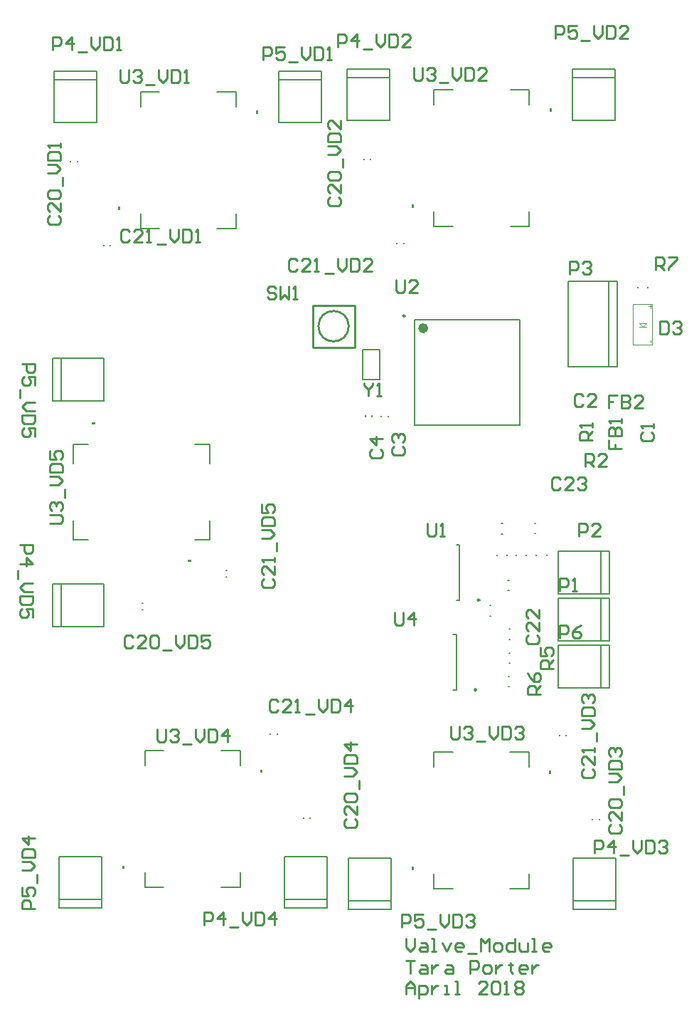
<source format=gto>
G04 Layer_Color=65535*
%FSLAX25Y25*%
%MOIN*%
G70*
G01*
G75*
%ADD27C,0.00984*%
%ADD28C,0.01000*%
%ADD38C,0.02362*%
%ADD39C,0.00787*%
%ADD40C,0.00400*%
%ADD41C,0.00591*%
%ADD42C,0.00600*%
G36*
X227650Y166750D02*
X226650D01*
Y168250D01*
X227650D01*
Y166750D01*
D02*
G37*
G36*
X194250Y265350D02*
X192750D01*
Y266350D01*
X194250D01*
Y265350D01*
D02*
G37*
G36*
X363150Y166100D02*
X362150D01*
Y167600D01*
X363150D01*
Y166100D01*
D02*
G37*
G36*
X298650Y121100D02*
X297650D01*
Y122600D01*
X298650D01*
Y121100D01*
D02*
G37*
G36*
X163150Y121750D02*
X162150D01*
Y123250D01*
X163150D01*
Y121750D01*
D02*
G37*
G36*
X225650Y475250D02*
X224650D01*
Y476750D01*
X225650D01*
Y475250D01*
D02*
G37*
G36*
X363250Y476250D02*
X362250D01*
Y477750D01*
X363250D01*
Y476250D01*
D02*
G37*
G36*
X298750Y431250D02*
X297750D01*
Y432750D01*
X298750D01*
Y431250D01*
D02*
G37*
G36*
X149250Y329850D02*
X147750D01*
Y330850D01*
X149250D01*
Y329850D01*
D02*
G37*
G36*
X161150Y430250D02*
X160150D01*
Y431750D01*
X161150D01*
Y430250D01*
D02*
G37*
D27*
X329535Y247512D02*
G03*
X329535Y247512I-492J0D01*
G01*
X294543Y380532D02*
G03*
X294543Y380532I-492J0D01*
G01*
X328035Y205512D02*
G03*
X328035Y205512I-492J0D01*
G01*
D28*
X268145Y375740D02*
G03*
X268145Y375740I-7097J0D01*
G01*
X270890Y365898D02*
Y385583D01*
X251205D02*
X270890D01*
X251205Y365898D02*
Y385583D01*
Y365898D02*
X270890D01*
X295000Y89192D02*
Y85194D01*
X296999Y83194D01*
X298999Y85194D01*
Y89192D01*
X301998Y87193D02*
X303997D01*
X304997Y86193D01*
Y83194D01*
X301998D01*
X300998Y84194D01*
X301998Y85194D01*
X304997D01*
X306996Y83194D02*
X308996D01*
X307996D01*
Y89192D01*
X306996D01*
X311995Y87193D02*
X313994Y83194D01*
X315993Y87193D01*
X320992Y83194D02*
X318992D01*
X317993Y84194D01*
Y86193D01*
X318992Y87193D01*
X320992D01*
X321991Y86193D01*
Y85194D01*
X317993D01*
X323991Y82195D02*
X327989D01*
X329989Y83194D02*
Y89192D01*
X331988Y87193D01*
X333987Y89192D01*
Y83194D01*
X336986D02*
X338986D01*
X339985Y84194D01*
Y86193D01*
X338986Y87193D01*
X336986D01*
X335987Y86193D01*
Y84194D01*
X336986Y83194D01*
X345984Y89192D02*
Y83194D01*
X342985D01*
X341985Y84194D01*
Y86193D01*
X342985Y87193D01*
X345984D01*
X347983D02*
Y84194D01*
X348983Y83194D01*
X351982D01*
Y87193D01*
X353981Y83194D02*
X355980D01*
X354981D01*
Y89192D01*
X353981D01*
X361978Y83194D02*
X359979D01*
X358979Y84194D01*
Y86193D01*
X359979Y87193D01*
X361978D01*
X362978Y86193D01*
Y85194D01*
X358979D01*
X295000Y78595D02*
X298999D01*
X296999D01*
Y72597D01*
X301998Y76596D02*
X303997D01*
X304997Y75596D01*
Y72597D01*
X301998D01*
X300998Y73597D01*
X301998Y74596D01*
X304997D01*
X306996Y76596D02*
Y72597D01*
Y74596D01*
X307996Y75596D01*
X308996Y76596D01*
X309995D01*
X313994D02*
X315993D01*
X316993Y75596D01*
Y72597D01*
X313994D01*
X312994Y73597D01*
X313994Y74596D01*
X316993D01*
X324990Y72597D02*
Y78595D01*
X327989D01*
X328989Y77595D01*
Y75596D01*
X327989Y74596D01*
X324990D01*
X331988Y72597D02*
X333987D01*
X334987Y73597D01*
Y75596D01*
X333987Y76596D01*
X331988D01*
X330988Y75596D01*
Y73597D01*
X331988Y72597D01*
X336986Y76596D02*
Y72597D01*
Y74596D01*
X337986Y75596D01*
X338986Y76596D01*
X339985D01*
X343984Y77595D02*
Y76596D01*
X342985D01*
X344984D01*
X343984D01*
Y73597D01*
X344984Y72597D01*
X350982D02*
X348983D01*
X347983Y73597D01*
Y75596D01*
X348983Y76596D01*
X350982D01*
X351982Y75596D01*
Y74596D01*
X347983D01*
X353981Y76596D02*
Y72597D01*
Y74596D01*
X354981Y75596D01*
X355980Y76596D01*
X356980D01*
X295000Y62999D02*
Y66998D01*
X296999Y68997D01*
X298999Y66998D01*
Y62999D01*
Y65998D01*
X295000D01*
X300998Y61000D02*
Y66998D01*
X303997D01*
X304997Y65998D01*
Y63999D01*
X303997Y62999D01*
X300998D01*
X306996Y66998D02*
Y62999D01*
Y64999D01*
X307996Y65998D01*
X308996Y66998D01*
X309995D01*
X312994Y62999D02*
X314994D01*
X313994D01*
Y66998D01*
X312994D01*
X317993Y62999D02*
X319992D01*
X318992D01*
Y68997D01*
X317993D01*
X332988Y62999D02*
X328989D01*
X332988Y66998D01*
Y67998D01*
X331988Y68997D01*
X329989D01*
X328989Y67998D01*
X334987D02*
X335987Y68997D01*
X337986D01*
X338986Y67998D01*
Y63999D01*
X337986Y62999D01*
X335987D01*
X334987Y63999D01*
Y67998D01*
X340985Y62999D02*
X342985D01*
X341985D01*
Y68997D01*
X340985Y67998D01*
X345984D02*
X346983Y68997D01*
X348983D01*
X349982Y67998D01*
Y66998D01*
X348983Y65998D01*
X349982Y64999D01*
Y63999D01*
X348983Y62999D01*
X346983D01*
X345984Y63999D01*
Y64999D01*
X346983Y65998D01*
X345984Y66998D01*
Y67998D01*
X346983Y65998D02*
X348983D01*
X412000Y402000D02*
Y407998D01*
X414999D01*
X415999Y406998D01*
Y404999D01*
X414999Y403999D01*
X412000D01*
X413999D02*
X415999Y402000D01*
X417998Y407998D02*
X421997D01*
Y406998D01*
X417998Y403000D01*
Y402000D01*
X414000Y377998D02*
Y372000D01*
X416999D01*
X417999Y373000D01*
Y376998D01*
X416999Y377998D01*
X414000D01*
X419998Y376998D02*
X420998Y377998D01*
X422997D01*
X423997Y376998D01*
Y375999D01*
X422997Y374999D01*
X421997D01*
X422997D01*
X423997Y373999D01*
Y373000D01*
X422997Y372000D01*
X420998D01*
X419998Y373000D01*
X233999Y393498D02*
X232999Y394498D01*
X231000D01*
X230000Y393498D01*
Y392499D01*
X231000Y391499D01*
X232999D01*
X233999Y390499D01*
Y389500D01*
X232999Y388500D01*
X231000D01*
X230000Y389500D01*
X235998Y394498D02*
Y388500D01*
X237997Y390499D01*
X239997Y388500D01*
Y394498D01*
X241996Y388500D02*
X243995D01*
X242996D01*
Y394498D01*
X241996Y393498D01*
X305000Y283498D02*
Y278500D01*
X306000Y277500D01*
X307999D01*
X308999Y278500D01*
Y283498D01*
X310998Y277500D02*
X312997D01*
X311998D01*
Y283498D01*
X310998Y282498D01*
X129500Y505000D02*
Y510998D01*
X132499D01*
X133499Y509998D01*
Y507999D01*
X132499Y506999D01*
X129500D01*
X138497Y505000D02*
Y510998D01*
X135498Y507999D01*
X139497D01*
X141496Y504000D02*
X145495D01*
X147494Y510998D02*
Y506999D01*
X149494Y505000D01*
X151493Y506999D01*
Y510998D01*
X153492D02*
Y505000D01*
X156491D01*
X157491Y506000D01*
Y509998D01*
X156491Y510998D01*
X153492D01*
X159490Y505000D02*
X161490D01*
X160490D01*
Y510998D01*
X159490Y509998D01*
X365000Y510500D02*
Y516498D01*
X367999D01*
X368999Y515498D01*
Y513499D01*
X367999Y512499D01*
X365000D01*
X374997Y516498D02*
X370998D01*
Y513499D01*
X372997Y514499D01*
X373997D01*
X374997Y513499D01*
Y511500D01*
X373997Y510500D01*
X371998D01*
X370998Y511500D01*
X376996Y509500D02*
X380995D01*
X382994Y516498D02*
Y512499D01*
X384994Y510500D01*
X386993Y512499D01*
Y516498D01*
X388992D02*
Y510500D01*
X391991D01*
X392991Y511500D01*
Y515498D01*
X391991Y516498D01*
X388992D01*
X398989Y510500D02*
X394990D01*
X398989Y514499D01*
Y515498D01*
X397989Y516498D01*
X395990D01*
X394990Y515498D01*
X263000Y506500D02*
Y512498D01*
X265999D01*
X266999Y511498D01*
Y509499D01*
X265999Y508499D01*
X263000D01*
X271997Y506500D02*
Y512498D01*
X268998Y509499D01*
X272997D01*
X274996Y505500D02*
X278995D01*
X280994Y512498D02*
Y508499D01*
X282994Y506500D01*
X284993Y508499D01*
Y512498D01*
X286992D02*
Y506500D01*
X289991D01*
X290991Y507500D01*
Y511498D01*
X289991Y512498D01*
X286992D01*
X296989Y506500D02*
X292990D01*
X296989Y510499D01*
Y511498D01*
X295989Y512498D01*
X293990D01*
X292990Y511498D01*
X391002Y142499D02*
X390002Y141499D01*
Y139500D01*
X391002Y138500D01*
X395000D01*
X396000Y139500D01*
Y141499D01*
X395000Y142499D01*
X396000Y148497D02*
Y144498D01*
X392001Y148497D01*
X391002D01*
X390002Y147497D01*
Y145498D01*
X391002Y144498D01*
Y150496D02*
X390002Y151496D01*
Y153495D01*
X391002Y154495D01*
X395000D01*
X396000Y153495D01*
Y151496D01*
X395000Y150496D01*
X391002D01*
X397000Y156494D02*
Y160493D01*
X390002Y162492D02*
X394001D01*
X396000Y164492D01*
X394001Y166491D01*
X390002D01*
Y168490D02*
X396000D01*
Y171489D01*
X395000Y172489D01*
X391002D01*
X390002Y171489D01*
Y168490D01*
X391002Y174488D02*
X390002Y175488D01*
Y177487D01*
X391002Y178487D01*
X392001D01*
X393001Y177487D01*
Y176488D01*
Y177487D01*
X394001Y178487D01*
X395000D01*
X396000Y177487D01*
Y175488D01*
X395000Y174488D01*
X378502Y168499D02*
X377502Y167499D01*
Y165500D01*
X378502Y164500D01*
X382500D01*
X383500Y165500D01*
Y167499D01*
X382500Y168499D01*
X383500Y174497D02*
Y170498D01*
X379501Y174497D01*
X378502D01*
X377502Y173497D01*
Y171498D01*
X378502Y170498D01*
X383500Y176496D02*
Y178496D01*
Y177496D01*
X377502D01*
X378502Y176496D01*
X384500Y181494D02*
Y185493D01*
X377502Y187493D02*
X381501D01*
X383500Y189492D01*
X381501Y191491D01*
X377502D01*
Y193491D02*
X383500D01*
Y196490D01*
X382500Y197489D01*
X378502D01*
X377502Y196490D01*
Y193491D01*
X378502Y199489D02*
X377502Y200488D01*
Y202488D01*
X378502Y203487D01*
X379501D01*
X380501Y202488D01*
Y201488D01*
Y202488D01*
X381501Y203487D01*
X382500D01*
X383500Y202488D01*
Y200488D01*
X382500Y199489D01*
X275500Y348998D02*
Y347998D01*
X277499Y345999D01*
X279499Y347998D01*
Y348998D01*
X277499Y345999D02*
Y343000D01*
X281498D02*
X283497D01*
X282498D01*
Y348998D01*
X281498Y347998D01*
X228502Y257499D02*
X227502Y256499D01*
Y254500D01*
X228502Y253500D01*
X232500D01*
X233500Y254500D01*
Y256499D01*
X232500Y257499D01*
X233500Y263497D02*
Y259498D01*
X229501Y263497D01*
X228502D01*
X227502Y262497D01*
Y260498D01*
X228502Y259498D01*
X233500Y265496D02*
Y267495D01*
Y266496D01*
X227502D01*
X228502Y265496D01*
X234500Y270495D02*
Y274493D01*
X227502Y276493D02*
X231501D01*
X233500Y278492D01*
X231501Y280491D01*
X227502D01*
Y282491D02*
X233500D01*
Y285490D01*
X232500Y286489D01*
X228502D01*
X227502Y285490D01*
Y282491D01*
Y292487D02*
Y288489D01*
X230501D01*
X229501Y290488D01*
Y291488D01*
X230501Y292487D01*
X232500D01*
X233500Y291488D01*
Y289488D01*
X232500Y288489D01*
X166999Y229998D02*
X165999Y230998D01*
X164000D01*
X163000Y229998D01*
Y226000D01*
X164000Y225000D01*
X165999D01*
X166999Y226000D01*
X172997Y225000D02*
X168998D01*
X172997Y228999D01*
Y229998D01*
X171997Y230998D01*
X169998D01*
X168998Y229998D01*
X174996D02*
X175996Y230998D01*
X177995D01*
X178995Y229998D01*
Y226000D01*
X177995Y225000D01*
X175996D01*
X174996Y226000D01*
Y229998D01*
X180994Y224000D02*
X184993D01*
X186992Y230998D02*
Y226999D01*
X188992Y225000D01*
X190991Y226999D01*
Y230998D01*
X192990D02*
Y225000D01*
X195989D01*
X196989Y226000D01*
Y229998D01*
X195989Y230998D01*
X192990D01*
X202987D02*
X198988D01*
Y227999D01*
X200988Y228999D01*
X201987D01*
X202987Y227999D01*
Y226000D01*
X201987Y225000D01*
X199988D01*
X198988Y226000D01*
X383500Y129000D02*
Y134998D01*
X386499D01*
X387499Y133998D01*
Y131999D01*
X386499Y130999D01*
X383500D01*
X392497Y129000D02*
Y134998D01*
X389498Y131999D01*
X393497D01*
X395496Y128000D02*
X399495D01*
X401494Y134998D02*
Y130999D01*
X403493Y129000D01*
X405493Y130999D01*
Y134998D01*
X407492D02*
Y129000D01*
X410491D01*
X411491Y130000D01*
Y133998D01*
X410491Y134998D01*
X407492D01*
X413490Y133998D02*
X414490Y134998D01*
X416489D01*
X417489Y133998D01*
Y132999D01*
X416489Y131999D01*
X415490D01*
X416489D01*
X417489Y130999D01*
Y130000D01*
X416489Y129000D01*
X414490D01*
X413490Y130000D01*
X121000Y103000D02*
X115002D01*
Y105999D01*
X116002Y106999D01*
X118001D01*
X119001Y105999D01*
Y103000D01*
X115002Y112997D02*
Y108998D01*
X118001D01*
X117001Y110997D01*
Y111997D01*
X118001Y112997D01*
X120000D01*
X121000Y111997D01*
Y109998D01*
X120000Y108998D01*
X122000Y114996D02*
Y118995D01*
X115002Y120994D02*
X119001D01*
X121000Y122994D01*
X119001Y124993D01*
X115002D01*
Y126992D02*
X121000D01*
Y129991D01*
X120000Y130991D01*
X116002D01*
X115002Y129991D01*
Y126992D01*
X121000Y135989D02*
X115002D01*
X118001Y132990D01*
Y136989D01*
X178500Y186998D02*
Y182000D01*
X179500Y181000D01*
X181499D01*
X182499Y182000D01*
Y186998D01*
X184498Y185998D02*
X185498Y186998D01*
X187497D01*
X188497Y185998D01*
Y184999D01*
X187497Y183999D01*
X186497D01*
X187497D01*
X188497Y182999D01*
Y182000D01*
X187497Y181000D01*
X185498D01*
X184498Y182000D01*
X190496Y180000D02*
X194495D01*
X196494Y186998D02*
Y182999D01*
X198494Y181000D01*
X200493Y182999D01*
Y186998D01*
X202492D02*
Y181000D01*
X205491D01*
X206491Y182000D01*
Y185998D01*
X205491Y186998D01*
X202492D01*
X211489Y181000D02*
Y186998D01*
X208490Y183999D01*
X212489D01*
X267002Y144999D02*
X266002Y143999D01*
Y142000D01*
X267002Y141000D01*
X271000D01*
X272000Y142000D01*
Y143999D01*
X271000Y144999D01*
X272000Y150997D02*
Y146998D01*
X268001Y150997D01*
X267002D01*
X266002Y149997D01*
Y147998D01*
X267002Y146998D01*
Y152996D02*
X266002Y153996D01*
Y155995D01*
X267002Y156995D01*
X271000D01*
X272000Y155995D01*
Y153996D01*
X271000Y152996D01*
X267002D01*
X273000Y158994D02*
Y162993D01*
X266002Y164992D02*
X270001D01*
X272000Y166992D01*
X270001Y168991D01*
X266002D01*
Y170990D02*
X272000D01*
Y173989D01*
X271000Y174989D01*
X267002D01*
X266002Y173989D01*
Y170990D01*
X272000Y179987D02*
X266002D01*
X269001Y176988D01*
Y180987D01*
X200500Y95500D02*
Y101498D01*
X203499D01*
X204499Y100498D01*
Y98499D01*
X203499Y97499D01*
X200500D01*
X209497Y95500D02*
Y101498D01*
X206498Y98499D01*
X210497D01*
X212496Y94500D02*
X216495D01*
X218494Y101498D02*
Y97499D01*
X220494Y95500D01*
X222493Y97499D01*
Y101498D01*
X224492D02*
Y95500D01*
X227491D01*
X228491Y96500D01*
Y100498D01*
X227491Y101498D01*
X224492D01*
X233489Y95500D02*
Y101498D01*
X230490Y98499D01*
X234489D01*
X293000Y94500D02*
Y100498D01*
X295999D01*
X296999Y99498D01*
Y97499D01*
X295999Y96499D01*
X293000D01*
X302997Y100498D02*
X298998D01*
Y97499D01*
X300997Y98499D01*
X301997D01*
X302997Y97499D01*
Y95500D01*
X301997Y94500D01*
X299998D01*
X298998Y95500D01*
X304996Y93500D02*
X308995D01*
X310994Y100498D02*
Y96499D01*
X312994Y94500D01*
X314993Y96499D01*
Y100498D01*
X316992D02*
Y94500D01*
X319991D01*
X320991Y95500D01*
Y99498D01*
X319991Y100498D01*
X316992D01*
X322990Y99498D02*
X323990Y100498D01*
X325989D01*
X326989Y99498D01*
Y98499D01*
X325989Y97499D01*
X324990D01*
X325989D01*
X326989Y96499D01*
Y95500D01*
X325989Y94500D01*
X323990D01*
X322990Y95500D01*
X316000Y188498D02*
Y183500D01*
X317000Y182500D01*
X318999D01*
X319999Y183500D01*
Y188498D01*
X321998Y187498D02*
X322998Y188498D01*
X324997D01*
X325997Y187498D01*
Y186499D01*
X324997Y185499D01*
X323997D01*
X324997D01*
X325997Y184499D01*
Y183500D01*
X324997Y182500D01*
X322998D01*
X321998Y183500D01*
X327996Y181500D02*
X331995D01*
X333994Y188498D02*
Y184499D01*
X335994Y182500D01*
X337993Y184499D01*
Y188498D01*
X339992D02*
Y182500D01*
X342991D01*
X343991Y183500D01*
Y187498D01*
X342991Y188498D01*
X339992D01*
X345990Y187498D02*
X346990Y188498D01*
X348989D01*
X349989Y187498D01*
Y186499D01*
X348989Y185499D01*
X347990D01*
X348989D01*
X349989Y184499D01*
Y183500D01*
X348989Y182500D01*
X346990D01*
X345990Y183500D01*
X382500Y322500D02*
X376502D01*
Y325499D01*
X377502Y326499D01*
X379501D01*
X380501Y325499D01*
Y322500D01*
Y324499D02*
X382500Y326499D01*
Y328498D02*
Y330497D01*
Y329498D01*
X376502D01*
X377502Y328498D01*
X406002Y325999D02*
X405002Y324999D01*
Y323000D01*
X406002Y322000D01*
X410000D01*
X411000Y323000D01*
Y324999D01*
X410000Y325999D01*
X411000Y327998D02*
Y329997D01*
Y328998D01*
X405002D01*
X406002Y327998D01*
X390002Y322499D02*
Y318500D01*
X393001D01*
Y320499D01*
Y318500D01*
X396000D01*
X390002Y324498D02*
X396000D01*
Y327497D01*
X395000Y328497D01*
X394001D01*
X393001Y327497D01*
Y324498D01*
Y327497D01*
X392001Y328497D01*
X391002D01*
X390002Y327497D01*
Y324498D01*
X396000Y330496D02*
Y332495D01*
Y331496D01*
X390002D01*
X391002Y330496D01*
X377999Y342998D02*
X376999Y343998D01*
X375000D01*
X374000Y342998D01*
Y339000D01*
X375000Y338000D01*
X376999D01*
X377999Y339000D01*
X383997Y338000D02*
X379998D01*
X383997Y341999D01*
Y342998D01*
X382997Y343998D01*
X380998D01*
X379998Y342998D01*
X393999Y343498D02*
X390000D01*
Y340499D01*
X391999D01*
X390000D01*
Y337500D01*
X395998Y343498D02*
Y337500D01*
X398997D01*
X399997Y338500D01*
Y339499D01*
X398997Y340499D01*
X395998D01*
X398997D01*
X399997Y341499D01*
Y342498D01*
X398997Y343498D01*
X395998D01*
X405995Y337500D02*
X401996D01*
X405995Y341499D01*
Y342498D01*
X404995Y343498D01*
X402996D01*
X401996Y342498D01*
X379000Y310000D02*
Y315998D01*
X381999D01*
X382999Y314998D01*
Y312999D01*
X381999Y311999D01*
X379000D01*
X380999D02*
X382999Y310000D01*
X388997D02*
X384998D01*
X388997Y313999D01*
Y314998D01*
X387997Y315998D01*
X385998D01*
X384998Y314998D01*
X367499Y303998D02*
X366499Y304998D01*
X364500D01*
X363500Y303998D01*
Y300000D01*
X364500Y299000D01*
X366499D01*
X367499Y300000D01*
X373497Y299000D02*
X369498D01*
X373497Y302999D01*
Y303998D01*
X372497Y304998D01*
X370498D01*
X369498Y303998D01*
X375496D02*
X376496Y304998D01*
X378495D01*
X379495Y303998D01*
Y302999D01*
X378495Y301999D01*
X377496D01*
X378495D01*
X379495Y300999D01*
Y300000D01*
X378495Y299000D01*
X376496D01*
X375496Y300000D01*
X358000Y203500D02*
X352002D01*
Y206499D01*
X353002Y207499D01*
X355001D01*
X356001Y206499D01*
Y203500D01*
Y205499D02*
X358000Y207499D01*
X352002Y213497D02*
X353002Y211497D01*
X355001Y209498D01*
X357000D01*
X358000Y210498D01*
Y212497D01*
X357000Y213497D01*
X356001D01*
X355001Y212497D01*
Y209498D01*
X364000Y215500D02*
X358002D01*
Y218499D01*
X359002Y219499D01*
X361001D01*
X362001Y218499D01*
Y215500D01*
Y217499D02*
X364000Y219499D01*
X358002Y225497D02*
Y221498D01*
X361001D01*
X360001Y223497D01*
Y224497D01*
X361001Y225497D01*
X363000D01*
X364000Y224497D01*
Y222498D01*
X363000Y221498D01*
X352502Y230999D02*
X351502Y229999D01*
Y228000D01*
X352502Y227000D01*
X356500D01*
X357500Y228000D01*
Y229999D01*
X356500Y230999D01*
X357500Y236997D02*
Y232998D01*
X353501Y236997D01*
X352502D01*
X351502Y235997D01*
Y233998D01*
X352502Y232998D01*
X357500Y242995D02*
Y238996D01*
X353501Y242995D01*
X352502D01*
X351502Y241995D01*
Y239996D01*
X352502Y238996D01*
X376000Y277500D02*
Y283498D01*
X378999D01*
X379999Y282498D01*
Y280499D01*
X378999Y279499D01*
X376000D01*
X385997Y277500D02*
X381998D01*
X385997Y281499D01*
Y282498D01*
X384997Y283498D01*
X382998D01*
X381998Y282498D01*
X279002Y317999D02*
X278002Y316999D01*
Y315000D01*
X279002Y314000D01*
X283000D01*
X284000Y315000D01*
Y316999D01*
X283000Y317999D01*
X284000Y322997D02*
X278002D01*
X281001Y319998D01*
Y323997D01*
X289502Y319499D02*
X288502Y318499D01*
Y316500D01*
X289502Y315500D01*
X293500D01*
X294500Y316500D01*
Y318499D01*
X293500Y319499D01*
X289502Y321498D02*
X288502Y322498D01*
Y324497D01*
X289502Y325497D01*
X290501D01*
X291501Y324497D01*
Y323497D01*
Y324497D01*
X292501Y325497D01*
X293500D01*
X294500Y324497D01*
Y322498D01*
X293500Y321498D01*
X243999Y406498D02*
X242999Y407498D01*
X241000D01*
X240000Y406498D01*
Y402500D01*
X241000Y401500D01*
X242999D01*
X243999Y402500D01*
X249997Y401500D02*
X245998D01*
X249997Y405499D01*
Y406498D01*
X248997Y407498D01*
X246998D01*
X245998Y406498D01*
X251996Y401500D02*
X253995D01*
X252996D01*
Y407498D01*
X251996Y406498D01*
X256995Y400500D02*
X260993D01*
X262993Y407498D02*
Y403499D01*
X264992Y401500D01*
X266991Y403499D01*
Y407498D01*
X268991D02*
Y401500D01*
X271990D01*
X272989Y402500D01*
Y406498D01*
X271990Y407498D01*
X268991D01*
X278987Y401500D02*
X274989D01*
X278987Y405499D01*
Y406498D01*
X277988Y407498D01*
X275988D01*
X274989Y406498D01*
X259502Y435999D02*
X258502Y434999D01*
Y433000D01*
X259502Y432000D01*
X263500D01*
X264500Y433000D01*
Y434999D01*
X263500Y435999D01*
X264500Y441997D02*
Y437998D01*
X260501Y441997D01*
X259502D01*
X258502Y440997D01*
Y438998D01*
X259502Y437998D01*
Y443996D02*
X258502Y444996D01*
Y446995D01*
X259502Y447995D01*
X263500D01*
X264500Y446995D01*
Y444996D01*
X263500Y443996D01*
X259502D01*
X265500Y449994D02*
Y453993D01*
X258502Y455992D02*
X262501D01*
X264500Y457992D01*
X262501Y459991D01*
X258502D01*
Y461990D02*
X264500D01*
Y464989D01*
X263500Y465989D01*
X259502D01*
X258502Y464989D01*
Y461990D01*
X264500Y471987D02*
Y467988D01*
X260501Y471987D01*
X259502D01*
X258502Y470987D01*
Y468988D01*
X259502Y467988D01*
X228000Y500500D02*
Y506498D01*
X230999D01*
X231999Y505498D01*
Y503499D01*
X230999Y502499D01*
X228000D01*
X237997Y506498D02*
X233998D01*
Y503499D01*
X235997Y504499D01*
X236997D01*
X237997Y503499D01*
Y501500D01*
X236997Y500500D01*
X234998D01*
X233998Y501500D01*
X239996Y499500D02*
X243995D01*
X245994Y506498D02*
Y502499D01*
X247993Y500500D01*
X249993Y502499D01*
Y506498D01*
X251992D02*
Y500500D01*
X254991D01*
X255991Y501500D01*
Y505498D01*
X254991Y506498D01*
X251992D01*
X257990Y500500D02*
X259990D01*
X258990D01*
Y506498D01*
X257990Y505498D01*
X128002Y427499D02*
X127002Y426499D01*
Y424500D01*
X128002Y423500D01*
X132000D01*
X133000Y424500D01*
Y426499D01*
X132000Y427499D01*
X133000Y433497D02*
Y429498D01*
X129001Y433497D01*
X128002D01*
X127002Y432497D01*
Y430498D01*
X128002Y429498D01*
Y435496D02*
X127002Y436496D01*
Y438495D01*
X128002Y439495D01*
X132000D01*
X133000Y438495D01*
Y436496D01*
X132000Y435496D01*
X128002D01*
X134000Y441494D02*
Y445493D01*
X127002Y447492D02*
X131001D01*
X133000Y449492D01*
X131001Y451491D01*
X127002D01*
Y453490D02*
X133000D01*
Y456489D01*
X132000Y457489D01*
X128002D01*
X127002Y456489D01*
Y453490D01*
X133000Y459488D02*
Y461488D01*
Y460488D01*
X127002D01*
X128002Y459488D01*
X165499Y419998D02*
X164499Y420998D01*
X162500D01*
X161500Y419998D01*
Y416000D01*
X162500Y415000D01*
X164499D01*
X165499Y416000D01*
X171497Y415000D02*
X167498D01*
X171497Y418999D01*
Y419998D01*
X170497Y420998D01*
X168498D01*
X167498Y419998D01*
X173496Y415000D02*
X175496D01*
X174496D01*
Y420998D01*
X173496Y419998D01*
X178495Y414000D02*
X182493D01*
X184493Y420998D02*
Y416999D01*
X186492Y415000D01*
X188491Y416999D01*
Y420998D01*
X190491D02*
Y415000D01*
X193490D01*
X194489Y416000D01*
Y419998D01*
X193490Y420998D01*
X190491D01*
X196489Y415000D02*
X198488D01*
X197488D01*
Y420998D01*
X196489Y419998D01*
X114000Y273500D02*
X119998D01*
Y270501D01*
X118998Y269501D01*
X116999D01*
X115999Y270501D01*
Y273500D01*
X114000Y264503D02*
X119998D01*
X116999Y267502D01*
Y263503D01*
X113000Y261504D02*
Y257505D01*
X119998Y255506D02*
X115999D01*
X114000Y253506D01*
X115999Y251507D01*
X119998D01*
Y249508D02*
X114000D01*
Y246509D01*
X115000Y245509D01*
X118998D01*
X119998Y246509D01*
Y249508D01*
Y239511D02*
Y243510D01*
X116999D01*
X117999Y241510D01*
Y240511D01*
X116999Y239511D01*
X115000D01*
X114000Y240511D01*
Y242510D01*
X115000Y243510D01*
X115000Y358000D02*
X120998D01*
Y355001D01*
X119998Y354001D01*
X117999D01*
X116999Y355001D01*
Y358000D01*
X120998Y348003D02*
Y352002D01*
X117999D01*
X118999Y350003D01*
Y349003D01*
X117999Y348003D01*
X116000D01*
X115000Y349003D01*
Y351002D01*
X116000Y352002D01*
X114000Y346004D02*
Y342005D01*
X120998Y340006D02*
X116999D01*
X115000Y338006D01*
X116999Y336007D01*
X120998D01*
Y334008D02*
X115000D01*
Y331009D01*
X116000Y330009D01*
X119998D01*
X120998Y331009D01*
Y334008D01*
Y324011D02*
Y328010D01*
X117999D01*
X118999Y326010D01*
Y325011D01*
X117999Y324011D01*
X116000D01*
X115000Y325011D01*
Y327010D01*
X116000Y328010D01*
X128002Y283500D02*
X133000D01*
X134000Y284500D01*
Y286499D01*
X133000Y287499D01*
X128002D01*
X129002Y289498D02*
X128002Y290498D01*
Y292497D01*
X129002Y293497D01*
X130001D01*
X131001Y292497D01*
Y291497D01*
Y292497D01*
X132001Y293497D01*
X133000D01*
X134000Y292497D01*
Y290498D01*
X133000Y289498D01*
X135000Y295496D02*
Y299495D01*
X128002Y301494D02*
X132001D01*
X134000Y303493D01*
X132001Y305493D01*
X128002D01*
Y307492D02*
X134000D01*
Y310491D01*
X133000Y311491D01*
X129002D01*
X128002Y310491D01*
Y307492D01*
Y317489D02*
Y313490D01*
X131001D01*
X130001Y315490D01*
Y316489D01*
X131001Y317489D01*
X133000D01*
X134000Y316489D01*
Y314490D01*
X133000Y313490D01*
X234899Y199998D02*
X233899Y200998D01*
X231900D01*
X230900Y199998D01*
Y196000D01*
X231900Y195000D01*
X233899D01*
X234899Y196000D01*
X240897Y195000D02*
X236898D01*
X240897Y198999D01*
Y199998D01*
X239897Y200998D01*
X237898D01*
X236898Y199998D01*
X242896Y195000D02*
X244896D01*
X243896D01*
Y200998D01*
X242896Y199998D01*
X247895Y194000D02*
X251893D01*
X253893Y200998D02*
Y196999D01*
X255892Y195000D01*
X257891Y196999D01*
Y200998D01*
X259891D02*
Y195000D01*
X262890D01*
X263889Y196000D01*
Y199998D01*
X262890Y200998D01*
X259891D01*
X268888Y195000D02*
Y200998D01*
X265889Y197999D01*
X269887D01*
X367143Y251900D02*
Y257898D01*
X370142D01*
X371142Y256898D01*
Y254899D01*
X370142Y253899D01*
X367143D01*
X373141Y251900D02*
X375141D01*
X374141D01*
Y257898D01*
X373141Y256898D01*
X371647Y400140D02*
Y406138D01*
X374646D01*
X375646Y405138D01*
Y403139D01*
X374646Y402140D01*
X371647D01*
X377645Y405138D02*
X378645Y406138D01*
X380644D01*
X381644Y405138D01*
Y404139D01*
X380644Y403139D01*
X379645D01*
X380644D01*
X381644Y402140D01*
Y401140D01*
X380644Y400140D01*
X378645D01*
X377645Y401140D01*
X367143Y229900D02*
Y235898D01*
X370142D01*
X371142Y234898D01*
Y232899D01*
X370142Y231899D01*
X367143D01*
X377140Y235898D02*
X375141Y234898D01*
X373141Y232899D01*
Y230900D01*
X374141Y229900D01*
X376140D01*
X377140Y230900D01*
Y231899D01*
X376140Y232899D01*
X373141D01*
X290426Y397502D02*
Y392503D01*
X291425Y391504D01*
X293425D01*
X294424Y392503D01*
Y397502D01*
X300422Y391504D02*
X296424D01*
X300422Y395502D01*
Y396502D01*
X299423Y397502D01*
X297423D01*
X296424Y396502D01*
X161150Y495748D02*
Y490750D01*
X162150Y489750D01*
X164149D01*
X165149Y490750D01*
Y495748D01*
X167148Y494748D02*
X168148Y495748D01*
X170147D01*
X171147Y494748D01*
Y493749D01*
X170147Y492749D01*
X169147D01*
X170147D01*
X171147Y491749D01*
Y490750D01*
X170147Y489750D01*
X168148D01*
X167148Y490750D01*
X173146Y488750D02*
X177145D01*
X179144Y495748D02*
Y491749D01*
X181143Y489750D01*
X183143Y491749D01*
Y495748D01*
X185142D02*
Y489750D01*
X188141D01*
X189141Y490750D01*
Y494748D01*
X188141Y495748D01*
X185142D01*
X191140Y489750D02*
X193140D01*
X192140D01*
Y495748D01*
X191140Y494748D01*
X298750Y496748D02*
Y491750D01*
X299750Y490750D01*
X301749D01*
X302749Y491750D01*
Y496748D01*
X304748Y495748D02*
X305748Y496748D01*
X307747D01*
X308747Y495748D01*
Y494749D01*
X307747Y493749D01*
X306747D01*
X307747D01*
X308747Y492749D01*
Y491750D01*
X307747Y490750D01*
X305748D01*
X304748Y491750D01*
X310746Y489750D02*
X314745D01*
X316744Y496748D02*
Y492749D01*
X318743Y490750D01*
X320743Y492749D01*
Y496748D01*
X322742D02*
Y490750D01*
X325741D01*
X326741Y491750D01*
Y495748D01*
X325741Y496748D01*
X322742D01*
X332739Y490750D02*
X328740D01*
X332739Y494749D01*
Y495748D01*
X331739Y496748D01*
X329740D01*
X328740Y495748D01*
X289843Y241598D02*
Y236600D01*
X290843Y235600D01*
X292842D01*
X293842Y236600D01*
Y241598D01*
X298840Y235600D02*
Y241598D01*
X295841Y238599D01*
X299840D01*
D38*
X304287Y374823D02*
G03*
X304287Y374823I-1181J0D01*
G01*
D39*
X403638Y393803D02*
Y394197D01*
X408362Y393803D02*
Y394197D01*
X318610Y247532D02*
X320185D01*
X318610Y273516D02*
X320185D01*
Y247532D02*
Y273516D01*
X129900Y471000D02*
Y495000D01*
X149900D01*
X129900Y491000D02*
X149900D01*
Y472000D02*
Y495000D01*
X129900Y471000D02*
X145900D01*
X149900D01*
Y473000D01*
X373000Y472000D02*
Y496000D01*
X393000D01*
X373000Y492000D02*
X393000D01*
Y473000D02*
Y496000D01*
X373000Y472000D02*
X389000D01*
X393000D01*
Y474000D01*
X267500Y472000D02*
Y496000D01*
X287500D01*
X267500Y492000D02*
X287500D01*
Y473000D02*
Y496000D01*
X267500Y472000D02*
X283500D01*
X287500D01*
Y474000D01*
X382425Y144653D02*
Y145047D01*
X385575Y144653D02*
Y145047D01*
X366925Y184153D02*
Y184547D01*
X370075Y184153D02*
Y184547D01*
X210803Y261575D02*
X211197D01*
X210803Y258425D02*
X211197D01*
X171303Y246075D02*
X171697D01*
X171303Y242925D02*
X171697D01*
X393400Y102850D02*
Y126850D01*
X373400Y102850D02*
X393400D01*
X373400Y106850D02*
X393400D01*
X373400Y102850D02*
Y125850D01*
X377400Y126850D02*
X393400D01*
X373400D02*
X377400D01*
X373400Y124850D02*
Y126850D01*
X152400Y103500D02*
Y127500D01*
X132400Y103500D02*
X152400D01*
X132400Y107500D02*
X152400D01*
X132400Y103500D02*
Y126500D01*
X136400Y127500D02*
X152400D01*
X132400D02*
X136400D01*
X132400Y125500D02*
Y127500D01*
X246925Y145303D02*
Y145697D01*
X250075Y145303D02*
Y145697D01*
X257900Y103500D02*
Y127500D01*
X237900Y103500D02*
X257900D01*
X237900Y107500D02*
X257900D01*
X237900Y103500D02*
Y126500D01*
X241900Y127500D02*
X257900D01*
X237900D02*
X241900D01*
X237900Y125500D02*
Y127500D01*
X287900Y102850D02*
Y126850D01*
X267900Y102850D02*
X287900D01*
X267900Y106850D02*
X287900D01*
X267900Y102850D02*
Y125850D01*
X271900Y126850D02*
X287900D01*
X267900D02*
X271900D01*
X267900Y124850D02*
Y126850D01*
X342406Y268303D02*
Y268697D01*
X337681Y268303D02*
Y268697D01*
X356083Y268303D02*
Y268697D01*
X361004Y268303D02*
Y268697D01*
X351406Y268303D02*
Y268697D01*
X346681Y268303D02*
Y268697D01*
X339846Y278539D02*
X340240D01*
X339846Y283461D02*
X340240D01*
X355346Y283362D02*
X355740D01*
X355346Y278638D02*
X355740D01*
X342846Y256862D02*
X343240D01*
X342846Y252138D02*
X343240D01*
X334390Y240039D02*
X334784D01*
X334390Y244961D02*
X334784D01*
X343106Y211862D02*
X343500D01*
X343106Y207138D02*
X343500D01*
X343347Y218138D02*
X343740D01*
X343347Y222862D02*
X343740D01*
X343303Y233961D02*
X343697D01*
X343303Y229039D02*
X343697D01*
X366500Y270500D02*
X390500D01*
Y250500D02*
Y270500D01*
X386500Y250500D02*
Y270500D01*
X367500Y250500D02*
X390500D01*
X366500Y254500D02*
Y270500D01*
Y250500D02*
Y254500D01*
Y250500D02*
X368500D01*
X279122Y333543D02*
Y333937D01*
X275972Y333543D02*
Y333937D01*
X286622Y333394D02*
Y333787D01*
X283472Y333394D02*
Y333787D01*
X293975Y414303D02*
Y414697D01*
X290825Y414303D02*
Y414697D01*
X278475Y453803D02*
Y454197D01*
X275325Y453803D02*
Y454197D01*
X235400Y471000D02*
Y495000D01*
X255400D01*
X235400Y491000D02*
X255400D01*
Y472000D02*
Y495000D01*
X235400Y471000D02*
X251400D01*
X255400D01*
Y473000D01*
X140875Y452803D02*
Y453197D01*
X137725Y452803D02*
Y453197D01*
X156375Y413303D02*
Y413697D01*
X153225Y413303D02*
Y413697D01*
X129500Y235100D02*
X153500D01*
X129500D02*
Y255100D01*
X133500Y235100D02*
Y255100D01*
X129500D02*
X152500D01*
X153500Y235100D02*
Y251100D01*
Y255100D01*
X151500D02*
X153500D01*
X129500Y340600D02*
X153500D01*
X129500D02*
Y360600D01*
X133500Y340600D02*
Y360600D01*
X129500D02*
X152500D01*
X153500Y340600D02*
Y356600D01*
Y360600D01*
X151500D02*
X153500D01*
X371047Y356740D02*
Y359740D01*
Y356740D02*
X394047D01*
X390047D02*
Y396740D01*
X394047Y356740D02*
Y396740D01*
X371047D02*
X394047D01*
X371047Y359740D02*
Y396740D01*
X299169Y329547D02*
X348382D01*
X299169Y378760D02*
X348382D01*
Y329547D02*
Y378760D01*
X299169Y329547D02*
Y378760D01*
X366500Y226500D02*
X390500D01*
Y206500D02*
Y226500D01*
X386500Y206500D02*
Y226500D01*
X367500Y206500D02*
X390500D01*
X366500Y210500D02*
Y226500D01*
Y206500D02*
Y210500D01*
Y206500D02*
X368500D01*
X317110Y205532D02*
X318685D01*
X317110Y231516D02*
X318685D01*
Y205532D02*
Y231516D01*
X366500Y248500D02*
X390500D01*
Y228500D02*
Y248500D01*
X386500Y228500D02*
Y248500D01*
X367500Y228500D02*
X390500D01*
X366500Y232500D02*
Y248500D01*
Y228500D02*
Y232500D01*
Y228500D02*
X368500D01*
X231425Y184803D02*
Y185197D01*
X234575Y184803D02*
Y185197D01*
D40*
X401500Y367000D02*
X410500Y367000D01*
X401500Y386000D02*
X410500D01*
X410500Y367000D01*
X401500Y367000D02*
Y386000D01*
X404425Y375488D02*
X407575D01*
X406000D02*
X407575Y377063D01*
X404425D02*
X407575D01*
X404425D02*
X406000Y375488D01*
X409543Y368008D02*
Y369189D01*
X408756Y384937D02*
X410331D01*
X409543Y384150D02*
Y386000D01*
D41*
X274697Y350654D02*
X282571D01*
Y364827D01*
X274697D02*
X282571D01*
X274697Y350654D02*
Y364827D01*
D42*
X208311Y113000D02*
X217250D01*
X172550Y177000D02*
X181489D01*
X208311D02*
X217250D01*
X172550Y170056D02*
Y177000D01*
Y113000D02*
X181489D01*
X217250D02*
Y119944D01*
Y170056D02*
Y177000D01*
X172550Y113000D02*
Y119944D01*
X343811Y112350D02*
X352750D01*
X308050Y176350D02*
X316989D01*
X343811D02*
X352750D01*
X308050Y169407D02*
Y176350D01*
Y112350D02*
X316989D01*
X352750D02*
Y119294D01*
Y169407D02*
Y176350D01*
X308050Y112350D02*
Y119294D01*
X139000Y275750D02*
Y284689D01*
X203000Y311511D02*
Y320450D01*
Y275750D02*
Y284689D01*
X196056Y320450D02*
X203000D01*
X139000Y311511D02*
Y320450D01*
Y275750D02*
X145944D01*
X196056D02*
X203000D01*
X139000Y320450D02*
X145944D01*
X170550Y485500D02*
X179489D01*
X206311Y421500D02*
X215250D01*
X170550D02*
X179489D01*
X215250D02*
Y428444D01*
X206311Y485500D02*
X215250D01*
X170550Y478556D02*
Y485500D01*
Y421500D02*
Y428444D01*
X215250Y478556D02*
Y485500D01*
X308150Y486500D02*
X317089D01*
X343911Y422500D02*
X352850D01*
X308150D02*
X317089D01*
X352850D02*
Y429444D01*
X343911Y486500D02*
X352850D01*
X308150Y479556D02*
Y486500D01*
Y422500D02*
Y429444D01*
X352850Y479556D02*
Y486500D01*
M02*

</source>
